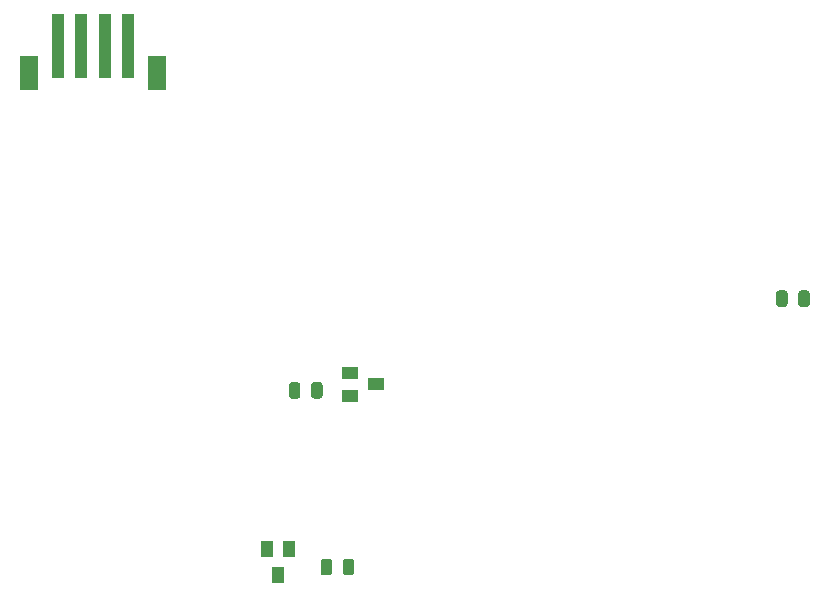
<source format=gbr>
G04 #@! TF.GenerationSoftware,KiCad,Pcbnew,(5.1.6-0-10_14)*
G04 #@! TF.CreationDate,2020-09-03T15:34:08-04:00*
G04 #@! TF.ProjectId,Pufferfish-Interface-2,50756666-6572-4666-9973-682d496e7465,rev?*
G04 #@! TF.SameCoordinates,Original*
G04 #@! TF.FileFunction,Paste,Bot*
G04 #@! TF.FilePolarity,Positive*
%FSLAX46Y46*%
G04 Gerber Fmt 4.6, Leading zero omitted, Abs format (unit mm)*
G04 Created by KiCad (PCBNEW (5.1.6-0-10_14)) date 2020-09-03 15:34:08*
%MOMM*%
%LPD*%
G01*
G04 APERTURE LIST*
%ADD10R,1.400000X1.000000*%
%ADD11R,1.000000X1.400000*%
%ADD12R,1.000000X5.500000*%
%ADD13R,1.600000X3.000000*%
G04 APERTURE END LIST*
G36*
G01*
X56137500Y-26456250D02*
X56137500Y-25543750D01*
G75*
G02*
X56381250Y-25300000I243750J0D01*
G01*
X56868750Y-25300000D01*
G75*
G02*
X57112500Y-25543750I0J-243750D01*
G01*
X57112500Y-26456250D01*
G75*
G02*
X56868750Y-26700000I-243750J0D01*
G01*
X56381250Y-26700000D01*
G75*
G02*
X56137500Y-26456250I0J243750D01*
G01*
G37*
G36*
G01*
X54262500Y-26456250D02*
X54262500Y-25543750D01*
G75*
G02*
X54506250Y-25300000I243750J0D01*
G01*
X54993750Y-25300000D01*
G75*
G02*
X55237500Y-25543750I0J-243750D01*
G01*
X55237500Y-26456250D01*
G75*
G02*
X54993750Y-26700000I-243750J0D01*
G01*
X54506250Y-26700000D01*
G75*
G02*
X54262500Y-26456250I0J243750D01*
G01*
G37*
D10*
X20376060Y-33258760D03*
X18176060Y-32308760D03*
X18176060Y-34208760D03*
D11*
X12070120Y-49355100D03*
X13020120Y-47155100D03*
X11120120Y-47155100D03*
G36*
G01*
X13987600Y-33307970D02*
X13987600Y-34220470D01*
G75*
G02*
X13743850Y-34464220I-243750J0D01*
G01*
X13256350Y-34464220D01*
G75*
G02*
X13012600Y-34220470I0J243750D01*
G01*
X13012600Y-33307970D01*
G75*
G02*
X13256350Y-33064220I243750J0D01*
G01*
X13743850Y-33064220D01*
G75*
G02*
X13987600Y-33307970I0J-243750D01*
G01*
G37*
G36*
G01*
X15862600Y-33307970D02*
X15862600Y-34220470D01*
G75*
G02*
X15618850Y-34464220I-243750J0D01*
G01*
X15131350Y-34464220D01*
G75*
G02*
X14887600Y-34220470I0J243750D01*
G01*
X14887600Y-33307970D01*
G75*
G02*
X15131350Y-33064220I243750J0D01*
G01*
X15618850Y-33064220D01*
G75*
G02*
X15862600Y-33307970I0J-243750D01*
G01*
G37*
G36*
G01*
X17574680Y-49191230D02*
X17574680Y-48278730D01*
G75*
G02*
X17818430Y-48034980I243750J0D01*
G01*
X18305930Y-48034980D01*
G75*
G02*
X18549680Y-48278730I0J-243750D01*
G01*
X18549680Y-49191230D01*
G75*
G02*
X18305930Y-49434980I-243750J0D01*
G01*
X17818430Y-49434980D01*
G75*
G02*
X17574680Y-49191230I0J243750D01*
G01*
G37*
G36*
G01*
X15699680Y-49191230D02*
X15699680Y-48278730D01*
G75*
G02*
X15943430Y-48034980I243750J0D01*
G01*
X16430930Y-48034980D01*
G75*
G02*
X16674680Y-48278730I0J-243750D01*
G01*
X16674680Y-49191230D01*
G75*
G02*
X16430930Y-49434980I-243750J0D01*
G01*
X15943430Y-49434980D01*
G75*
G02*
X15699680Y-49191230I0J243750D01*
G01*
G37*
D12*
X-4573780Y-4645660D03*
X-2573780Y-4645660D03*
X-6573780Y-4645660D03*
X-573780Y-4645660D03*
D13*
X-8973780Y-6895660D03*
X1826220Y-6895660D03*
M02*

</source>
